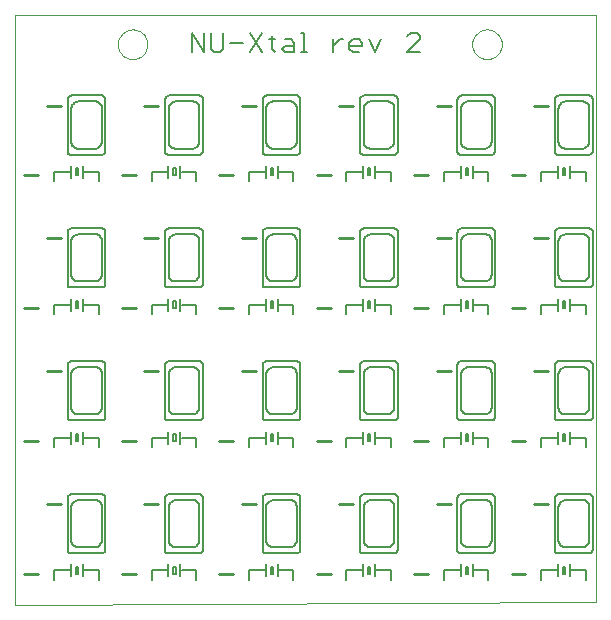
<source format=gto>
G75*
G70*
%OFA0B0*%
%FSLAX24Y24*%
%IPPOS*%
%LPD*%
%AMOC8*
5,1,8,0,0,1.08239X$1,22.5*
%
%ADD10C,0.0090*%
%ADD11C,0.0070*%
%ADD12C,0.0000*%
%ADD13C,0.0080*%
%ADD14C,0.0050*%
D10*
X000466Y001185D02*
X000931Y001185D01*
X001221Y003510D02*
X001686Y003510D01*
X000931Y005614D02*
X000466Y005614D01*
X001221Y007939D02*
X001686Y007939D01*
X000931Y010043D02*
X000466Y010043D01*
X001221Y012368D02*
X001686Y012368D01*
X000931Y014472D02*
X000466Y014472D01*
X001221Y016797D02*
X001686Y016797D01*
X003714Y014472D02*
X004179Y014472D01*
X004469Y012368D02*
X004934Y012368D01*
X006962Y014472D02*
X007427Y014472D01*
X007717Y012368D02*
X008182Y012368D01*
X010210Y014472D02*
X010676Y014472D01*
X010965Y012368D02*
X011431Y012368D01*
X013458Y014472D02*
X013924Y014472D01*
X014213Y012368D02*
X014679Y012368D01*
X016706Y014472D02*
X017172Y014472D01*
X017461Y012368D02*
X017927Y012368D01*
X017172Y010043D02*
X016706Y010043D01*
X017461Y007939D02*
X017927Y007939D01*
X017172Y005614D02*
X016706Y005614D01*
X017461Y003510D02*
X017927Y003510D01*
X017172Y001185D02*
X016706Y001185D01*
X014679Y003510D02*
X014213Y003510D01*
X013924Y005614D02*
X013458Y005614D01*
X014213Y007939D02*
X014679Y007939D01*
X013924Y010043D02*
X013458Y010043D01*
X011431Y007939D02*
X010965Y007939D01*
X010676Y010043D02*
X010210Y010043D01*
X008182Y007939D02*
X007717Y007939D01*
X007427Y010043D02*
X006962Y010043D01*
X004934Y007939D02*
X004469Y007939D01*
X004179Y010043D02*
X003714Y010043D01*
X003714Y005614D02*
X004179Y005614D01*
X004469Y003510D02*
X004934Y003510D01*
X006962Y005614D02*
X007427Y005614D01*
X007717Y003510D02*
X008182Y003510D01*
X010210Y005614D02*
X010676Y005614D01*
X010965Y003510D02*
X011431Y003510D01*
X010676Y001185D02*
X010210Y001185D01*
X007427Y001185D02*
X006962Y001185D01*
X004179Y001185D02*
X003714Y001185D01*
X013458Y001185D02*
X013924Y001185D01*
X014213Y016797D02*
X014679Y016797D01*
X017461Y016797D02*
X017927Y016797D01*
X011431Y016797D02*
X010965Y016797D01*
X008182Y016797D02*
X007717Y016797D01*
X004934Y016797D02*
X004469Y016797D01*
D11*
X005269Y014789D02*
X005269Y014389D01*
X005429Y014469D02*
X005429Y014709D01*
X005509Y014709D01*
X005509Y014469D01*
X005429Y014469D01*
X005229Y014589D02*
X004709Y014589D01*
X004709Y014269D01*
X005669Y014389D02*
X005669Y014789D01*
X005709Y014589D02*
X006189Y014589D01*
X006189Y014269D01*
X007957Y014269D02*
X007957Y014589D01*
X008477Y014589D01*
X008517Y014789D02*
X008517Y014389D01*
X008677Y014469D02*
X008677Y014709D01*
X008757Y014709D01*
X008757Y014469D01*
X008677Y014469D01*
X008917Y014389D02*
X008917Y014789D01*
X008957Y014589D02*
X009437Y014589D01*
X009437Y014269D01*
X011205Y014269D02*
X011205Y014589D01*
X011725Y014589D01*
X011765Y014789D02*
X011765Y014389D01*
X011925Y014469D02*
X011925Y014709D01*
X012005Y014709D01*
X012005Y014469D01*
X011925Y014469D01*
X012165Y014389D02*
X012165Y014789D01*
X012205Y014589D02*
X012685Y014589D01*
X012685Y014269D01*
X014453Y014269D02*
X014453Y014589D01*
X014973Y014589D01*
X015013Y014789D02*
X015013Y014389D01*
X015173Y014469D02*
X015173Y014709D01*
X015253Y014709D01*
X015253Y014469D01*
X015173Y014469D01*
X015413Y014389D02*
X015413Y014789D01*
X015453Y014589D02*
X015933Y014589D01*
X015933Y014269D01*
X017701Y014269D02*
X017701Y014589D01*
X018221Y014589D01*
X018261Y014789D02*
X018261Y014389D01*
X018421Y014469D02*
X018421Y014709D01*
X018501Y014709D01*
X018501Y014469D01*
X018421Y014469D01*
X018661Y014389D02*
X018661Y014789D01*
X018701Y014589D02*
X019181Y014589D01*
X019181Y014269D01*
X018661Y010359D02*
X018661Y009959D01*
X018501Y010039D02*
X018421Y010039D01*
X018421Y010279D01*
X018501Y010279D01*
X018501Y010039D01*
X018701Y010159D02*
X019181Y010159D01*
X019181Y009839D01*
X018261Y009959D02*
X018261Y010359D01*
X018221Y010159D02*
X017701Y010159D01*
X017701Y009839D01*
X015933Y009839D02*
X015933Y010159D01*
X015453Y010159D01*
X015413Y010359D02*
X015413Y009959D01*
X015253Y010039D02*
X015173Y010039D01*
X015173Y010279D01*
X015253Y010279D01*
X015253Y010039D01*
X015013Y009959D02*
X015013Y010359D01*
X014973Y010159D02*
X014453Y010159D01*
X014453Y009839D01*
X012685Y009839D02*
X012685Y010159D01*
X012205Y010159D01*
X012165Y010359D02*
X012165Y009959D01*
X012005Y010039D02*
X011925Y010039D01*
X011925Y010279D01*
X012005Y010279D01*
X012005Y010039D01*
X011765Y009959D02*
X011765Y010359D01*
X011725Y010159D02*
X011205Y010159D01*
X011205Y009839D01*
X009437Y009839D02*
X009437Y010159D01*
X008957Y010159D01*
X008917Y010359D02*
X008917Y009959D01*
X008757Y010039D02*
X008677Y010039D01*
X008677Y010279D01*
X008757Y010279D01*
X008757Y010039D01*
X008517Y009959D02*
X008517Y010359D01*
X008477Y010159D02*
X007957Y010159D01*
X007957Y009839D01*
X006189Y009839D02*
X006189Y010159D01*
X005709Y010159D01*
X005669Y010359D02*
X005669Y009959D01*
X005509Y010039D02*
X005429Y010039D01*
X005429Y010279D01*
X005509Y010279D01*
X005509Y010039D01*
X005269Y009959D02*
X005269Y010359D01*
X005229Y010159D02*
X004709Y010159D01*
X004709Y009839D01*
X002941Y009839D02*
X002941Y010159D01*
X002461Y010159D01*
X002421Y010359D02*
X002421Y009959D01*
X002261Y010039D02*
X002181Y010039D01*
X002181Y010279D01*
X002261Y010279D01*
X002261Y010039D01*
X002021Y009959D02*
X002021Y010359D01*
X001981Y010159D02*
X001461Y010159D01*
X001461Y009839D01*
X002021Y005930D02*
X002021Y005530D01*
X002181Y005610D02*
X002181Y005850D01*
X002261Y005850D01*
X002261Y005610D01*
X002181Y005610D01*
X001981Y005730D02*
X001461Y005730D01*
X001461Y005410D01*
X002421Y005530D02*
X002421Y005930D01*
X002461Y005730D02*
X002941Y005730D01*
X002941Y005410D01*
X004709Y005410D02*
X004709Y005730D01*
X005229Y005730D01*
X005269Y005930D02*
X005269Y005530D01*
X005429Y005610D02*
X005429Y005850D01*
X005509Y005850D01*
X005509Y005610D01*
X005429Y005610D01*
X005669Y005530D02*
X005669Y005930D01*
X005709Y005730D02*
X006189Y005730D01*
X006189Y005410D01*
X007957Y005410D02*
X007957Y005730D01*
X008477Y005730D01*
X008517Y005930D02*
X008517Y005530D01*
X008677Y005610D02*
X008677Y005850D01*
X008757Y005850D01*
X008757Y005610D01*
X008677Y005610D01*
X008917Y005530D02*
X008917Y005930D01*
X008957Y005730D02*
X009437Y005730D01*
X009437Y005410D01*
X011205Y005410D02*
X011205Y005730D01*
X011725Y005730D01*
X011765Y005930D02*
X011765Y005530D01*
X011925Y005610D02*
X011925Y005850D01*
X012005Y005850D01*
X012005Y005610D01*
X011925Y005610D01*
X012165Y005530D02*
X012165Y005930D01*
X012205Y005730D02*
X012685Y005730D01*
X012685Y005410D01*
X014453Y005410D02*
X014453Y005730D01*
X014973Y005730D01*
X015013Y005930D02*
X015013Y005530D01*
X015173Y005610D02*
X015173Y005850D01*
X015253Y005850D01*
X015253Y005610D01*
X015173Y005610D01*
X015413Y005530D02*
X015413Y005930D01*
X015453Y005730D02*
X015933Y005730D01*
X015933Y005410D01*
X017701Y005410D02*
X017701Y005730D01*
X018221Y005730D01*
X018261Y005930D02*
X018261Y005530D01*
X018421Y005610D02*
X018421Y005850D01*
X018501Y005850D01*
X018501Y005610D01*
X018421Y005610D01*
X018661Y005530D02*
X018661Y005930D01*
X018701Y005730D02*
X019181Y005730D01*
X019181Y005410D01*
X018661Y001501D02*
X018661Y001101D01*
X018501Y001181D02*
X018421Y001181D01*
X018421Y001421D01*
X018501Y001421D01*
X018501Y001181D01*
X018701Y001301D02*
X019181Y001301D01*
X019181Y000981D01*
X018261Y001101D02*
X018261Y001501D01*
X018221Y001301D02*
X017701Y001301D01*
X017701Y000981D01*
X015933Y000981D02*
X015933Y001301D01*
X015453Y001301D01*
X015413Y001501D02*
X015413Y001101D01*
X015253Y001181D02*
X015173Y001181D01*
X015173Y001421D01*
X015253Y001421D01*
X015253Y001181D01*
X015013Y001101D02*
X015013Y001501D01*
X014973Y001301D02*
X014453Y001301D01*
X014453Y000981D01*
X012685Y000981D02*
X012685Y001301D01*
X012205Y001301D01*
X012165Y001501D02*
X012165Y001101D01*
X012005Y001181D02*
X011925Y001181D01*
X011925Y001421D01*
X012005Y001421D01*
X012005Y001181D01*
X011765Y001101D02*
X011765Y001501D01*
X011725Y001301D02*
X011205Y001301D01*
X011205Y000981D01*
X009437Y000981D02*
X009437Y001301D01*
X008957Y001301D01*
X008917Y001501D02*
X008917Y001101D01*
X008757Y001181D02*
X008677Y001181D01*
X008677Y001421D01*
X008757Y001421D01*
X008757Y001181D01*
X008517Y001101D02*
X008517Y001501D01*
X008477Y001301D02*
X007957Y001301D01*
X007957Y000981D01*
X006189Y000981D02*
X006189Y001301D01*
X005709Y001301D01*
X005669Y001501D02*
X005669Y001101D01*
X005509Y001181D02*
X005429Y001181D01*
X005429Y001421D01*
X005509Y001421D01*
X005509Y001181D01*
X005269Y001101D02*
X005269Y001501D01*
X005229Y001301D02*
X004709Y001301D01*
X004709Y000981D01*
X002941Y000981D02*
X002941Y001301D01*
X002461Y001301D01*
X002421Y001501D02*
X002421Y001101D01*
X002261Y001181D02*
X002181Y001181D01*
X002181Y001421D01*
X002261Y001421D01*
X002261Y001181D01*
X002021Y001101D02*
X002021Y001501D01*
X001981Y001301D02*
X001461Y001301D01*
X001461Y000981D01*
X001461Y014269D02*
X001461Y014589D01*
X001981Y014589D01*
X002021Y014789D02*
X002021Y014389D01*
X002181Y014469D02*
X002181Y014709D01*
X002261Y014709D01*
X002261Y014469D01*
X002181Y014469D01*
X002421Y014389D02*
X002421Y014789D01*
X002461Y014589D02*
X002941Y014589D01*
X002941Y014269D01*
D12*
X000141Y019826D02*
X000141Y000141D01*
X019531Y000240D01*
X019531Y019826D01*
X000141Y019826D01*
X003586Y018842D02*
X003588Y018886D01*
X003594Y018930D01*
X003604Y018973D01*
X003617Y019015D01*
X003635Y019055D01*
X003656Y019094D01*
X003680Y019131D01*
X003707Y019166D01*
X003738Y019198D01*
X003771Y019227D01*
X003807Y019253D01*
X003845Y019275D01*
X003885Y019294D01*
X003926Y019310D01*
X003969Y019322D01*
X004012Y019330D01*
X004056Y019334D01*
X004100Y019334D01*
X004144Y019330D01*
X004187Y019322D01*
X004230Y019310D01*
X004271Y019294D01*
X004311Y019275D01*
X004349Y019253D01*
X004385Y019227D01*
X004418Y019198D01*
X004449Y019166D01*
X004476Y019131D01*
X004500Y019094D01*
X004521Y019055D01*
X004539Y019015D01*
X004552Y018973D01*
X004562Y018930D01*
X004568Y018886D01*
X004570Y018842D01*
X004568Y018798D01*
X004562Y018754D01*
X004552Y018711D01*
X004539Y018669D01*
X004521Y018629D01*
X004500Y018590D01*
X004476Y018553D01*
X004449Y018518D01*
X004418Y018486D01*
X004385Y018457D01*
X004349Y018431D01*
X004311Y018409D01*
X004271Y018390D01*
X004230Y018374D01*
X004187Y018362D01*
X004144Y018354D01*
X004100Y018350D01*
X004056Y018350D01*
X004012Y018354D01*
X003969Y018362D01*
X003926Y018374D01*
X003885Y018390D01*
X003845Y018409D01*
X003807Y018431D01*
X003771Y018457D01*
X003738Y018486D01*
X003707Y018518D01*
X003680Y018553D01*
X003656Y018590D01*
X003635Y018629D01*
X003617Y018669D01*
X003604Y018711D01*
X003594Y018754D01*
X003588Y018798D01*
X003586Y018842D01*
X015397Y018842D02*
X015399Y018886D01*
X015405Y018930D01*
X015415Y018973D01*
X015428Y019015D01*
X015446Y019055D01*
X015467Y019094D01*
X015491Y019131D01*
X015518Y019166D01*
X015549Y019198D01*
X015582Y019227D01*
X015618Y019253D01*
X015656Y019275D01*
X015696Y019294D01*
X015737Y019310D01*
X015780Y019322D01*
X015823Y019330D01*
X015867Y019334D01*
X015911Y019334D01*
X015955Y019330D01*
X015998Y019322D01*
X016041Y019310D01*
X016082Y019294D01*
X016122Y019275D01*
X016160Y019253D01*
X016196Y019227D01*
X016229Y019198D01*
X016260Y019166D01*
X016287Y019131D01*
X016311Y019094D01*
X016332Y019055D01*
X016350Y019015D01*
X016363Y018973D01*
X016373Y018930D01*
X016379Y018886D01*
X016381Y018842D01*
X016379Y018798D01*
X016373Y018754D01*
X016363Y018711D01*
X016350Y018669D01*
X016332Y018629D01*
X016311Y018590D01*
X016287Y018553D01*
X016260Y018518D01*
X016229Y018486D01*
X016196Y018457D01*
X016160Y018431D01*
X016122Y018409D01*
X016082Y018390D01*
X016041Y018374D01*
X015998Y018362D01*
X015955Y018354D01*
X015911Y018350D01*
X015867Y018350D01*
X015823Y018354D01*
X015780Y018362D01*
X015737Y018374D01*
X015696Y018390D01*
X015656Y018409D01*
X015618Y018431D01*
X015582Y018457D01*
X015549Y018486D01*
X015518Y018518D01*
X015491Y018553D01*
X015467Y018590D01*
X015446Y018629D01*
X015428Y018669D01*
X015415Y018711D01*
X015405Y018754D01*
X015399Y018798D01*
X015397Y018842D01*
D13*
X013652Y019000D02*
X013652Y019104D01*
X013549Y019207D01*
X013342Y019207D01*
X013239Y019104D01*
X013652Y019000D02*
X013239Y018587D01*
X013652Y018587D01*
X012363Y019000D02*
X012156Y018587D01*
X011949Y019000D01*
X011719Y018897D02*
X011719Y018793D01*
X011305Y018793D01*
X011305Y018690D02*
X011305Y018897D01*
X011408Y019000D01*
X011615Y019000D01*
X011719Y018897D01*
X011615Y018587D02*
X011408Y018587D01*
X011305Y018690D01*
X011078Y019000D02*
X010975Y019000D01*
X010768Y018793D01*
X010768Y018587D02*
X010768Y019000D01*
X009900Y018587D02*
X009694Y018587D01*
X009797Y018587D02*
X009797Y019207D01*
X009694Y019207D01*
X009463Y018897D02*
X009463Y018587D01*
X009153Y018587D01*
X009049Y018690D01*
X009153Y018793D01*
X009463Y018793D01*
X009463Y018897D02*
X009359Y019000D01*
X009153Y019000D01*
X008826Y019000D02*
X008619Y019000D01*
X008723Y019104D02*
X008723Y018690D01*
X008826Y018587D01*
X008389Y018587D02*
X007975Y019207D01*
X007744Y018897D02*
X007330Y018897D01*
X007100Y018690D02*
X007100Y019207D01*
X006686Y019207D02*
X006686Y018690D01*
X006789Y018587D01*
X006996Y018587D01*
X007100Y018690D01*
X006455Y018587D02*
X006455Y019207D01*
X006041Y019207D02*
X006455Y018587D01*
X006041Y018587D02*
X006041Y019207D01*
X007975Y018587D02*
X008389Y019207D01*
D14*
X008532Y017133D02*
X009516Y017133D01*
X009537Y017134D01*
X009558Y017132D01*
X009578Y017127D01*
X009597Y017119D01*
X009614Y017108D01*
X009630Y017095D01*
X009643Y017079D01*
X009654Y017061D01*
X009662Y017042D01*
X009667Y017022D01*
X009667Y017021D02*
X009667Y015276D01*
X009667Y015275D02*
X009662Y015255D01*
X009654Y015236D01*
X009643Y015218D01*
X009630Y015202D01*
X009614Y015189D01*
X009597Y015178D01*
X009578Y015170D01*
X009558Y015165D01*
X009537Y015163D01*
X009516Y015164D01*
X008495Y015164D01*
X008478Y015166D01*
X008461Y015171D01*
X008446Y015179D01*
X008433Y015190D01*
X008422Y015203D01*
X008414Y015218D01*
X008409Y015235D01*
X008407Y015252D01*
X008407Y017008D01*
X008408Y017008D02*
X008410Y017027D01*
X008414Y017046D01*
X008422Y017064D01*
X008432Y017081D01*
X008444Y017096D01*
X008459Y017108D01*
X008476Y017118D01*
X008494Y017126D01*
X008513Y017130D01*
X008532Y017132D01*
X008801Y016936D02*
X009352Y016936D01*
X009352Y016935D02*
X009380Y016931D01*
X009407Y016923D01*
X009433Y016911D01*
X009457Y016896D01*
X009479Y016878D01*
X009499Y016858D01*
X009515Y016835D01*
X009529Y016810D01*
X009539Y016784D01*
X009546Y016756D01*
X009549Y016728D01*
X009548Y016699D01*
X009549Y016700D02*
X009549Y015637D01*
X009550Y015606D01*
X009547Y015575D01*
X009540Y015545D01*
X009529Y015515D01*
X009515Y015488D01*
X009498Y015462D01*
X009478Y015438D01*
X009455Y015417D01*
X009430Y015399D01*
X009402Y015384D01*
X009373Y015373D01*
X009343Y015365D01*
X009313Y015361D01*
X008762Y015361D01*
X008734Y015363D01*
X008706Y015368D01*
X008678Y015376D01*
X008652Y015388D01*
X008628Y015403D01*
X008606Y015420D01*
X008585Y015441D01*
X008568Y015463D01*
X008553Y015487D01*
X008541Y015513D01*
X008533Y015541D01*
X008528Y015569D01*
X008526Y015597D01*
X008525Y015597D02*
X008525Y016700D01*
X008529Y016731D01*
X008537Y016761D01*
X008548Y016789D01*
X008563Y016817D01*
X008581Y016842D01*
X008602Y016865D01*
X008626Y016885D01*
X008652Y016902D01*
X008679Y016916D01*
X008709Y016927D01*
X008739Y016934D01*
X008770Y016937D01*
X008801Y016936D01*
X006419Y017021D02*
X006419Y015276D01*
X006419Y015275D02*
X006414Y015255D01*
X006406Y015236D01*
X006395Y015218D01*
X006382Y015202D01*
X006366Y015189D01*
X006349Y015178D01*
X006330Y015170D01*
X006310Y015165D01*
X006289Y015163D01*
X006268Y015164D01*
X005247Y015164D01*
X005230Y015166D01*
X005213Y015171D01*
X005198Y015179D01*
X005185Y015190D01*
X005174Y015203D01*
X005166Y015218D01*
X005161Y015235D01*
X005159Y015252D01*
X005159Y017008D01*
X005160Y017008D02*
X005162Y017027D01*
X005166Y017046D01*
X005174Y017064D01*
X005184Y017081D01*
X005196Y017096D01*
X005211Y017108D01*
X005228Y017118D01*
X005246Y017126D01*
X005265Y017130D01*
X005284Y017132D01*
X005284Y017133D02*
X006268Y017133D01*
X006289Y017134D01*
X006310Y017132D01*
X006330Y017127D01*
X006349Y017119D01*
X006366Y017108D01*
X006382Y017095D01*
X006395Y017079D01*
X006406Y017061D01*
X006414Y017042D01*
X006419Y017022D01*
X006104Y016936D02*
X005553Y016936D01*
X005522Y016937D01*
X005491Y016934D01*
X005461Y016927D01*
X005431Y016916D01*
X005404Y016902D01*
X005378Y016885D01*
X005354Y016865D01*
X005333Y016842D01*
X005315Y016817D01*
X005300Y016789D01*
X005289Y016761D01*
X005281Y016731D01*
X005277Y016700D01*
X005277Y015597D01*
X005278Y015597D02*
X005280Y015569D01*
X005285Y015541D01*
X005293Y015513D01*
X005305Y015487D01*
X005320Y015463D01*
X005337Y015441D01*
X005358Y015420D01*
X005380Y015403D01*
X005404Y015388D01*
X005430Y015376D01*
X005458Y015368D01*
X005486Y015363D01*
X005514Y015361D01*
X006065Y015361D01*
X006095Y015365D01*
X006125Y015373D01*
X006154Y015384D01*
X006182Y015399D01*
X006207Y015417D01*
X006230Y015438D01*
X006250Y015462D01*
X006267Y015488D01*
X006281Y015515D01*
X006292Y015545D01*
X006299Y015575D01*
X006302Y015606D01*
X006301Y015637D01*
X006301Y016700D01*
X006300Y016699D02*
X006301Y016728D01*
X006298Y016756D01*
X006291Y016784D01*
X006281Y016810D01*
X006267Y016835D01*
X006251Y016858D01*
X006231Y016878D01*
X006209Y016896D01*
X006185Y016911D01*
X006159Y016923D01*
X006132Y016931D01*
X006104Y016935D01*
X003171Y017021D02*
X003171Y015276D01*
X003171Y015275D02*
X003166Y015255D01*
X003158Y015236D01*
X003147Y015218D01*
X003134Y015202D01*
X003118Y015189D01*
X003101Y015178D01*
X003082Y015170D01*
X003062Y015165D01*
X003041Y015163D01*
X003020Y015164D01*
X001999Y015164D01*
X001982Y015166D01*
X001965Y015171D01*
X001950Y015179D01*
X001937Y015190D01*
X001926Y015203D01*
X001918Y015218D01*
X001913Y015235D01*
X001911Y015252D01*
X001911Y017008D01*
X001912Y017008D02*
X001914Y017027D01*
X001918Y017046D01*
X001926Y017064D01*
X001936Y017081D01*
X001948Y017096D01*
X001963Y017108D01*
X001980Y017118D01*
X001998Y017126D01*
X002017Y017130D01*
X002036Y017132D01*
X002036Y017133D02*
X003020Y017133D01*
X003041Y017134D01*
X003062Y017132D01*
X003082Y017127D01*
X003101Y017119D01*
X003118Y017108D01*
X003134Y017095D01*
X003147Y017079D01*
X003158Y017061D01*
X003166Y017042D01*
X003171Y017022D01*
X002856Y016936D02*
X002305Y016936D01*
X002274Y016937D01*
X002243Y016934D01*
X002213Y016927D01*
X002183Y016916D01*
X002156Y016902D01*
X002130Y016885D01*
X002106Y016865D01*
X002085Y016842D01*
X002067Y016817D01*
X002052Y016789D01*
X002041Y016761D01*
X002033Y016731D01*
X002029Y016700D01*
X002029Y015597D01*
X002030Y015597D02*
X002032Y015569D01*
X002037Y015541D01*
X002045Y015513D01*
X002057Y015487D01*
X002072Y015463D01*
X002089Y015441D01*
X002110Y015420D01*
X002132Y015403D01*
X002156Y015388D01*
X002182Y015376D01*
X002210Y015368D01*
X002238Y015363D01*
X002266Y015361D01*
X002817Y015361D01*
X002847Y015365D01*
X002877Y015373D01*
X002906Y015384D01*
X002934Y015399D01*
X002959Y015417D01*
X002982Y015438D01*
X003002Y015462D01*
X003019Y015488D01*
X003033Y015515D01*
X003044Y015545D01*
X003051Y015575D01*
X003054Y015606D01*
X003053Y015637D01*
X003053Y016700D01*
X003052Y016699D02*
X003053Y016728D01*
X003050Y016756D01*
X003043Y016784D01*
X003033Y016810D01*
X003019Y016835D01*
X003003Y016858D01*
X002983Y016878D01*
X002961Y016896D01*
X002937Y016911D01*
X002911Y016923D01*
X002884Y016931D01*
X002856Y016935D01*
X003020Y012704D02*
X002036Y012704D01*
X002036Y012703D02*
X002017Y012701D01*
X001998Y012697D01*
X001980Y012689D01*
X001963Y012679D01*
X001948Y012667D01*
X001936Y012652D01*
X001926Y012635D01*
X001918Y012617D01*
X001914Y012598D01*
X001912Y012579D01*
X001911Y012579D02*
X001911Y010823D01*
X001913Y010806D01*
X001918Y010789D01*
X001926Y010774D01*
X001937Y010761D01*
X001950Y010750D01*
X001965Y010742D01*
X001982Y010737D01*
X001999Y010735D01*
X003020Y010735D01*
X003041Y010734D01*
X003062Y010736D01*
X003082Y010741D01*
X003101Y010749D01*
X003118Y010760D01*
X003134Y010773D01*
X003147Y010789D01*
X003158Y010807D01*
X003166Y010826D01*
X003171Y010846D01*
X003171Y012592D01*
X003171Y012593D02*
X003166Y012613D01*
X003158Y012632D01*
X003147Y012650D01*
X003134Y012666D01*
X003118Y012679D01*
X003101Y012690D01*
X003082Y012698D01*
X003062Y012703D01*
X003041Y012705D01*
X003020Y012704D01*
X002856Y012507D02*
X002305Y012507D01*
X002274Y012508D01*
X002243Y012505D01*
X002213Y012498D01*
X002183Y012487D01*
X002156Y012473D01*
X002130Y012456D01*
X002106Y012436D01*
X002085Y012413D01*
X002067Y012388D01*
X002052Y012360D01*
X002041Y012332D01*
X002033Y012302D01*
X002029Y012271D01*
X002029Y011168D01*
X002030Y011168D02*
X002032Y011140D01*
X002037Y011112D01*
X002045Y011084D01*
X002057Y011058D01*
X002072Y011034D01*
X002089Y011012D01*
X002110Y010991D01*
X002132Y010974D01*
X002156Y010959D01*
X002182Y010947D01*
X002210Y010939D01*
X002238Y010934D01*
X002266Y010932D01*
X002817Y010932D01*
X002847Y010936D01*
X002877Y010944D01*
X002906Y010955D01*
X002934Y010970D01*
X002959Y010988D01*
X002982Y011009D01*
X003002Y011033D01*
X003019Y011059D01*
X003033Y011086D01*
X003044Y011116D01*
X003051Y011146D01*
X003054Y011177D01*
X003053Y011208D01*
X003053Y012271D01*
X003052Y012270D02*
X003053Y012299D01*
X003050Y012327D01*
X003043Y012355D01*
X003033Y012381D01*
X003019Y012406D01*
X003003Y012429D01*
X002983Y012449D01*
X002961Y012467D01*
X002937Y012482D01*
X002911Y012494D01*
X002884Y012502D01*
X002856Y012506D01*
X005159Y012579D02*
X005159Y010823D01*
X005161Y010806D01*
X005166Y010789D01*
X005174Y010774D01*
X005185Y010761D01*
X005198Y010750D01*
X005213Y010742D01*
X005230Y010737D01*
X005247Y010735D01*
X006268Y010735D01*
X006289Y010734D01*
X006310Y010736D01*
X006330Y010741D01*
X006349Y010749D01*
X006366Y010760D01*
X006382Y010773D01*
X006395Y010789D01*
X006406Y010807D01*
X006414Y010826D01*
X006419Y010846D01*
X006419Y012592D01*
X006419Y012593D02*
X006414Y012613D01*
X006406Y012632D01*
X006395Y012650D01*
X006382Y012666D01*
X006366Y012679D01*
X006349Y012690D01*
X006330Y012698D01*
X006310Y012703D01*
X006289Y012705D01*
X006268Y012704D01*
X005284Y012704D01*
X005284Y012703D02*
X005265Y012701D01*
X005246Y012697D01*
X005228Y012689D01*
X005211Y012679D01*
X005196Y012667D01*
X005184Y012652D01*
X005174Y012635D01*
X005166Y012617D01*
X005162Y012598D01*
X005160Y012579D01*
X005277Y012271D02*
X005277Y011168D01*
X005278Y011168D02*
X005280Y011140D01*
X005285Y011112D01*
X005293Y011084D01*
X005305Y011058D01*
X005320Y011034D01*
X005337Y011012D01*
X005358Y010991D01*
X005380Y010974D01*
X005404Y010959D01*
X005430Y010947D01*
X005458Y010939D01*
X005486Y010934D01*
X005514Y010932D01*
X006065Y010932D01*
X006095Y010936D01*
X006125Y010944D01*
X006154Y010955D01*
X006182Y010970D01*
X006207Y010988D01*
X006230Y011009D01*
X006250Y011033D01*
X006267Y011059D01*
X006281Y011086D01*
X006292Y011116D01*
X006299Y011146D01*
X006302Y011177D01*
X006301Y011208D01*
X006301Y012271D01*
X006104Y012507D02*
X005553Y012507D01*
X005522Y012508D01*
X005491Y012505D01*
X005461Y012498D01*
X005431Y012487D01*
X005404Y012473D01*
X005378Y012456D01*
X005354Y012436D01*
X005333Y012413D01*
X005315Y012388D01*
X005300Y012360D01*
X005289Y012332D01*
X005281Y012302D01*
X005277Y012271D01*
X006104Y012506D02*
X006132Y012502D01*
X006159Y012494D01*
X006185Y012482D01*
X006209Y012467D01*
X006231Y012449D01*
X006251Y012429D01*
X006267Y012406D01*
X006281Y012381D01*
X006291Y012355D01*
X006298Y012327D01*
X006301Y012299D01*
X006300Y012270D01*
X008407Y012579D02*
X008407Y010823D01*
X008409Y010806D01*
X008414Y010789D01*
X008422Y010774D01*
X008433Y010761D01*
X008446Y010750D01*
X008461Y010742D01*
X008478Y010737D01*
X008495Y010735D01*
X009516Y010735D01*
X009537Y010734D01*
X009558Y010736D01*
X009578Y010741D01*
X009597Y010749D01*
X009614Y010760D01*
X009630Y010773D01*
X009643Y010789D01*
X009654Y010807D01*
X009662Y010826D01*
X009667Y010846D01*
X009667Y012592D01*
X009667Y012593D02*
X009662Y012613D01*
X009654Y012632D01*
X009643Y012650D01*
X009630Y012666D01*
X009614Y012679D01*
X009597Y012690D01*
X009578Y012698D01*
X009558Y012703D01*
X009537Y012705D01*
X009516Y012704D01*
X008532Y012704D01*
X008532Y012703D02*
X008513Y012701D01*
X008494Y012697D01*
X008476Y012689D01*
X008459Y012679D01*
X008444Y012667D01*
X008432Y012652D01*
X008422Y012635D01*
X008414Y012617D01*
X008410Y012598D01*
X008408Y012579D01*
X008525Y012271D02*
X008525Y011168D01*
X008526Y011168D02*
X008528Y011140D01*
X008533Y011112D01*
X008541Y011084D01*
X008553Y011058D01*
X008568Y011034D01*
X008585Y011012D01*
X008606Y010991D01*
X008628Y010974D01*
X008652Y010959D01*
X008678Y010947D01*
X008706Y010939D01*
X008734Y010934D01*
X008762Y010932D01*
X009313Y010932D01*
X009343Y010936D01*
X009373Y010944D01*
X009402Y010955D01*
X009430Y010970D01*
X009455Y010988D01*
X009478Y011009D01*
X009498Y011033D01*
X009515Y011059D01*
X009529Y011086D01*
X009540Y011116D01*
X009547Y011146D01*
X009550Y011177D01*
X009549Y011208D01*
X009549Y012271D01*
X009548Y012270D02*
X009549Y012299D01*
X009546Y012327D01*
X009539Y012355D01*
X009529Y012381D01*
X009515Y012406D01*
X009499Y012429D01*
X009479Y012449D01*
X009457Y012467D01*
X009433Y012482D01*
X009407Y012494D01*
X009380Y012502D01*
X009352Y012506D01*
X009352Y012507D02*
X008801Y012507D01*
X008770Y012508D01*
X008739Y012505D01*
X008709Y012498D01*
X008679Y012487D01*
X008652Y012473D01*
X008626Y012456D01*
X008602Y012436D01*
X008581Y012413D01*
X008563Y012388D01*
X008548Y012360D01*
X008537Y012332D01*
X008529Y012302D01*
X008525Y012271D01*
X011655Y012579D02*
X011655Y010823D01*
X011657Y010806D01*
X011662Y010789D01*
X011670Y010774D01*
X011681Y010761D01*
X011694Y010750D01*
X011709Y010742D01*
X011726Y010737D01*
X011743Y010735D01*
X012764Y010735D01*
X012785Y010734D01*
X012806Y010736D01*
X012826Y010741D01*
X012845Y010749D01*
X012862Y010760D01*
X012878Y010773D01*
X012891Y010789D01*
X012902Y010807D01*
X012910Y010826D01*
X012915Y010846D01*
X012915Y012592D01*
X012915Y012593D02*
X012910Y012613D01*
X012902Y012632D01*
X012891Y012650D01*
X012878Y012666D01*
X012862Y012679D01*
X012845Y012690D01*
X012826Y012698D01*
X012806Y012703D01*
X012785Y012705D01*
X012764Y012704D01*
X011780Y012704D01*
X011780Y012703D02*
X011761Y012701D01*
X011742Y012697D01*
X011724Y012689D01*
X011707Y012679D01*
X011692Y012667D01*
X011680Y012652D01*
X011670Y012635D01*
X011662Y012617D01*
X011658Y012598D01*
X011656Y012579D01*
X011773Y012271D02*
X011773Y011168D01*
X011774Y011168D02*
X011776Y011140D01*
X011781Y011112D01*
X011789Y011084D01*
X011801Y011058D01*
X011816Y011034D01*
X011833Y011012D01*
X011854Y010991D01*
X011876Y010974D01*
X011900Y010959D01*
X011926Y010947D01*
X011954Y010939D01*
X011982Y010934D01*
X012010Y010932D01*
X012561Y010932D01*
X012591Y010936D01*
X012621Y010944D01*
X012650Y010955D01*
X012678Y010970D01*
X012703Y010988D01*
X012726Y011009D01*
X012746Y011033D01*
X012763Y011059D01*
X012777Y011086D01*
X012788Y011116D01*
X012795Y011146D01*
X012798Y011177D01*
X012797Y011208D01*
X012797Y012271D01*
X012600Y012507D02*
X012049Y012507D01*
X012018Y012508D01*
X011987Y012505D01*
X011957Y012498D01*
X011927Y012487D01*
X011900Y012473D01*
X011874Y012456D01*
X011850Y012436D01*
X011829Y012413D01*
X011811Y012388D01*
X011796Y012360D01*
X011785Y012332D01*
X011777Y012302D01*
X011773Y012271D01*
X012600Y012506D02*
X012628Y012502D01*
X012655Y012494D01*
X012681Y012482D01*
X012705Y012467D01*
X012727Y012449D01*
X012747Y012429D01*
X012763Y012406D01*
X012777Y012381D01*
X012787Y012355D01*
X012794Y012327D01*
X012797Y012299D01*
X012796Y012270D01*
X014903Y012579D02*
X014903Y010823D01*
X014905Y010806D01*
X014910Y010789D01*
X014918Y010774D01*
X014929Y010761D01*
X014942Y010750D01*
X014957Y010742D01*
X014974Y010737D01*
X014991Y010735D01*
X016012Y010735D01*
X016033Y010734D01*
X016054Y010736D01*
X016074Y010741D01*
X016093Y010749D01*
X016110Y010760D01*
X016126Y010773D01*
X016139Y010789D01*
X016150Y010807D01*
X016158Y010826D01*
X016163Y010846D01*
X016163Y012592D01*
X016163Y012593D02*
X016158Y012613D01*
X016150Y012632D01*
X016139Y012650D01*
X016126Y012666D01*
X016110Y012679D01*
X016093Y012690D01*
X016074Y012698D01*
X016054Y012703D01*
X016033Y012705D01*
X016012Y012704D01*
X015028Y012704D01*
X015028Y012703D02*
X015009Y012701D01*
X014990Y012697D01*
X014972Y012689D01*
X014955Y012679D01*
X014940Y012667D01*
X014928Y012652D01*
X014918Y012635D01*
X014910Y012617D01*
X014906Y012598D01*
X014904Y012579D01*
X015021Y012271D02*
X015021Y011168D01*
X015022Y011168D02*
X015024Y011140D01*
X015029Y011112D01*
X015037Y011084D01*
X015049Y011058D01*
X015064Y011034D01*
X015081Y011012D01*
X015102Y010991D01*
X015124Y010974D01*
X015148Y010959D01*
X015174Y010947D01*
X015202Y010939D01*
X015230Y010934D01*
X015258Y010932D01*
X015809Y010932D01*
X015839Y010936D01*
X015869Y010944D01*
X015898Y010955D01*
X015926Y010970D01*
X015951Y010988D01*
X015974Y011009D01*
X015994Y011033D01*
X016011Y011059D01*
X016025Y011086D01*
X016036Y011116D01*
X016043Y011146D01*
X016046Y011177D01*
X016045Y011208D01*
X016045Y012271D01*
X016045Y012270D02*
X016046Y012299D01*
X016043Y012327D01*
X016036Y012355D01*
X016026Y012381D01*
X016012Y012406D01*
X015996Y012429D01*
X015976Y012449D01*
X015954Y012467D01*
X015930Y012482D01*
X015904Y012494D01*
X015877Y012502D01*
X015849Y012506D01*
X015848Y012507D02*
X015297Y012507D01*
X015266Y012508D01*
X015235Y012505D01*
X015205Y012498D01*
X015175Y012487D01*
X015148Y012473D01*
X015122Y012456D01*
X015098Y012436D01*
X015077Y012413D01*
X015059Y012388D01*
X015044Y012360D01*
X015033Y012332D01*
X015025Y012302D01*
X015021Y012271D01*
X014991Y015164D02*
X016012Y015164D01*
X016033Y015163D01*
X016054Y015165D01*
X016074Y015170D01*
X016093Y015178D01*
X016110Y015189D01*
X016126Y015202D01*
X016139Y015218D01*
X016150Y015236D01*
X016158Y015255D01*
X016163Y015275D01*
X016163Y015276D02*
X016163Y017021D01*
X016163Y017022D02*
X016158Y017042D01*
X016150Y017061D01*
X016139Y017079D01*
X016126Y017095D01*
X016110Y017108D01*
X016093Y017119D01*
X016074Y017127D01*
X016054Y017132D01*
X016033Y017134D01*
X016012Y017133D01*
X015028Y017133D01*
X015028Y017132D02*
X015009Y017130D01*
X014990Y017126D01*
X014972Y017118D01*
X014955Y017108D01*
X014940Y017096D01*
X014928Y017081D01*
X014918Y017064D01*
X014910Y017046D01*
X014906Y017027D01*
X014904Y017008D01*
X014903Y017008D02*
X014903Y015252D01*
X014905Y015235D01*
X014910Y015218D01*
X014918Y015203D01*
X014929Y015190D01*
X014942Y015179D01*
X014957Y015171D01*
X014974Y015166D01*
X014991Y015164D01*
X015258Y015361D02*
X015809Y015361D01*
X015839Y015365D01*
X015869Y015373D01*
X015898Y015384D01*
X015926Y015399D01*
X015951Y015417D01*
X015974Y015438D01*
X015994Y015462D01*
X016011Y015488D01*
X016025Y015515D01*
X016036Y015545D01*
X016043Y015575D01*
X016046Y015606D01*
X016045Y015637D01*
X016045Y016700D01*
X016045Y016699D02*
X016046Y016728D01*
X016043Y016756D01*
X016036Y016784D01*
X016026Y016810D01*
X016012Y016835D01*
X015996Y016858D01*
X015976Y016878D01*
X015954Y016896D01*
X015930Y016911D01*
X015904Y016923D01*
X015877Y016931D01*
X015849Y016935D01*
X015848Y016936D02*
X015297Y016936D01*
X015266Y016937D01*
X015235Y016934D01*
X015205Y016927D01*
X015175Y016916D01*
X015148Y016902D01*
X015122Y016885D01*
X015098Y016865D01*
X015077Y016842D01*
X015059Y016817D01*
X015044Y016789D01*
X015033Y016761D01*
X015025Y016731D01*
X015021Y016700D01*
X015021Y015597D01*
X015022Y015597D02*
X015024Y015569D01*
X015029Y015541D01*
X015037Y015513D01*
X015049Y015487D01*
X015064Y015463D01*
X015081Y015441D01*
X015102Y015420D01*
X015124Y015403D01*
X015148Y015388D01*
X015174Y015376D01*
X015202Y015368D01*
X015230Y015363D01*
X015258Y015361D01*
X012915Y015276D02*
X012915Y017021D01*
X012915Y017022D02*
X012910Y017042D01*
X012902Y017061D01*
X012891Y017079D01*
X012878Y017095D01*
X012862Y017108D01*
X012845Y017119D01*
X012826Y017127D01*
X012806Y017132D01*
X012785Y017134D01*
X012764Y017133D01*
X011780Y017133D01*
X011780Y017132D02*
X011761Y017130D01*
X011742Y017126D01*
X011724Y017118D01*
X011707Y017108D01*
X011692Y017096D01*
X011680Y017081D01*
X011670Y017064D01*
X011662Y017046D01*
X011658Y017027D01*
X011656Y017008D01*
X011655Y017008D02*
X011655Y015252D01*
X011657Y015235D01*
X011662Y015218D01*
X011670Y015203D01*
X011681Y015190D01*
X011694Y015179D01*
X011709Y015171D01*
X011726Y015166D01*
X011743Y015164D01*
X012764Y015164D01*
X012785Y015163D01*
X012806Y015165D01*
X012826Y015170D01*
X012845Y015178D01*
X012862Y015189D01*
X012878Y015202D01*
X012891Y015218D01*
X012902Y015236D01*
X012910Y015255D01*
X012915Y015275D01*
X012561Y015361D02*
X012010Y015361D01*
X011982Y015363D01*
X011954Y015368D01*
X011926Y015376D01*
X011900Y015388D01*
X011876Y015403D01*
X011854Y015420D01*
X011833Y015441D01*
X011816Y015463D01*
X011801Y015487D01*
X011789Y015513D01*
X011781Y015541D01*
X011776Y015569D01*
X011774Y015597D01*
X011773Y015597D02*
X011773Y016700D01*
X011777Y016731D01*
X011785Y016761D01*
X011796Y016789D01*
X011811Y016817D01*
X011829Y016842D01*
X011850Y016865D01*
X011874Y016885D01*
X011900Y016902D01*
X011927Y016916D01*
X011957Y016927D01*
X011987Y016934D01*
X012018Y016937D01*
X012049Y016936D01*
X012600Y016936D01*
X012600Y016935D02*
X012628Y016931D01*
X012655Y016923D01*
X012681Y016911D01*
X012705Y016896D01*
X012727Y016878D01*
X012747Y016858D01*
X012763Y016835D01*
X012777Y016810D01*
X012787Y016784D01*
X012794Y016756D01*
X012797Y016728D01*
X012796Y016699D01*
X012797Y016700D02*
X012797Y015637D01*
X012798Y015606D01*
X012795Y015575D01*
X012788Y015545D01*
X012777Y015515D01*
X012763Y015488D01*
X012746Y015462D01*
X012726Y015438D01*
X012703Y015417D01*
X012678Y015399D01*
X012650Y015384D01*
X012621Y015373D01*
X012591Y015365D01*
X012561Y015361D01*
X018151Y015252D02*
X018151Y017008D01*
X018152Y017008D02*
X018154Y017027D01*
X018158Y017046D01*
X018166Y017064D01*
X018176Y017081D01*
X018188Y017096D01*
X018203Y017108D01*
X018220Y017118D01*
X018238Y017126D01*
X018257Y017130D01*
X018276Y017132D01*
X018276Y017133D02*
X019260Y017133D01*
X019281Y017134D01*
X019302Y017132D01*
X019322Y017127D01*
X019341Y017119D01*
X019358Y017108D01*
X019374Y017095D01*
X019387Y017079D01*
X019398Y017061D01*
X019406Y017042D01*
X019411Y017022D01*
X019411Y017021D02*
X019411Y015276D01*
X019411Y015275D02*
X019406Y015255D01*
X019398Y015236D01*
X019387Y015218D01*
X019374Y015202D01*
X019358Y015189D01*
X019341Y015178D01*
X019322Y015170D01*
X019302Y015165D01*
X019281Y015163D01*
X019260Y015164D01*
X018239Y015164D01*
X018222Y015166D01*
X018205Y015171D01*
X018190Y015179D01*
X018177Y015190D01*
X018166Y015203D01*
X018158Y015218D01*
X018153Y015235D01*
X018151Y015252D01*
X018269Y015597D02*
X018269Y016700D01*
X018273Y016731D01*
X018281Y016761D01*
X018292Y016789D01*
X018307Y016817D01*
X018325Y016842D01*
X018346Y016865D01*
X018370Y016885D01*
X018396Y016902D01*
X018423Y016916D01*
X018453Y016927D01*
X018483Y016934D01*
X018514Y016937D01*
X018545Y016936D01*
X019096Y016936D01*
X019097Y016935D02*
X019125Y016931D01*
X019152Y016923D01*
X019178Y016911D01*
X019202Y016896D01*
X019224Y016878D01*
X019244Y016858D01*
X019260Y016835D01*
X019274Y016810D01*
X019284Y016784D01*
X019291Y016756D01*
X019294Y016728D01*
X019293Y016699D01*
X019293Y016700D02*
X019293Y015637D01*
X019294Y015606D01*
X019291Y015575D01*
X019284Y015545D01*
X019273Y015515D01*
X019259Y015488D01*
X019242Y015462D01*
X019222Y015438D01*
X019199Y015417D01*
X019174Y015399D01*
X019146Y015384D01*
X019117Y015373D01*
X019087Y015365D01*
X019057Y015361D01*
X018506Y015361D01*
X018478Y015363D01*
X018450Y015368D01*
X018422Y015376D01*
X018396Y015388D01*
X018372Y015403D01*
X018350Y015420D01*
X018329Y015441D01*
X018312Y015463D01*
X018297Y015487D01*
X018285Y015513D01*
X018277Y015541D01*
X018272Y015569D01*
X018270Y015597D01*
X018276Y012704D02*
X019260Y012704D01*
X019281Y012705D01*
X019302Y012703D01*
X019322Y012698D01*
X019341Y012690D01*
X019358Y012679D01*
X019374Y012666D01*
X019387Y012650D01*
X019398Y012632D01*
X019406Y012613D01*
X019411Y012593D01*
X019411Y012592D02*
X019411Y010846D01*
X019406Y010826D01*
X019398Y010807D01*
X019387Y010789D01*
X019374Y010773D01*
X019358Y010760D01*
X019341Y010749D01*
X019322Y010741D01*
X019302Y010736D01*
X019281Y010734D01*
X019260Y010735D01*
X018239Y010735D01*
X018222Y010737D01*
X018205Y010742D01*
X018190Y010750D01*
X018177Y010761D01*
X018166Y010774D01*
X018158Y010789D01*
X018153Y010806D01*
X018151Y010823D01*
X018151Y012579D01*
X018152Y012579D02*
X018154Y012598D01*
X018158Y012617D01*
X018166Y012635D01*
X018176Y012652D01*
X018188Y012667D01*
X018203Y012679D01*
X018220Y012689D01*
X018238Y012697D01*
X018257Y012701D01*
X018276Y012703D01*
X018545Y012507D02*
X019096Y012507D01*
X019097Y012506D02*
X019125Y012502D01*
X019152Y012494D01*
X019178Y012482D01*
X019202Y012467D01*
X019224Y012449D01*
X019244Y012429D01*
X019260Y012406D01*
X019274Y012381D01*
X019284Y012355D01*
X019291Y012327D01*
X019294Y012299D01*
X019293Y012270D01*
X019293Y012271D02*
X019293Y011208D01*
X019294Y011177D01*
X019291Y011146D01*
X019284Y011116D01*
X019273Y011086D01*
X019259Y011059D01*
X019242Y011033D01*
X019222Y011009D01*
X019199Y010988D01*
X019174Y010970D01*
X019146Y010955D01*
X019117Y010944D01*
X019087Y010936D01*
X019057Y010932D01*
X018506Y010932D01*
X018478Y010934D01*
X018450Y010939D01*
X018422Y010947D01*
X018396Y010959D01*
X018372Y010974D01*
X018350Y010991D01*
X018329Y011012D01*
X018312Y011034D01*
X018297Y011058D01*
X018285Y011084D01*
X018277Y011112D01*
X018272Y011140D01*
X018270Y011168D01*
X018269Y011168D02*
X018269Y012271D01*
X018273Y012302D01*
X018281Y012332D01*
X018292Y012360D01*
X018307Y012388D01*
X018325Y012413D01*
X018346Y012436D01*
X018370Y012456D01*
X018396Y012473D01*
X018423Y012487D01*
X018453Y012498D01*
X018483Y012505D01*
X018514Y012508D01*
X018545Y012507D01*
X018276Y008274D02*
X019260Y008274D01*
X019281Y008275D01*
X019302Y008273D01*
X019322Y008268D01*
X019341Y008260D01*
X019358Y008249D01*
X019374Y008236D01*
X019387Y008220D01*
X019398Y008202D01*
X019406Y008183D01*
X019411Y008163D01*
X019411Y006417D01*
X019406Y006397D01*
X019398Y006378D01*
X019387Y006360D01*
X019374Y006344D01*
X019358Y006331D01*
X019341Y006320D01*
X019322Y006312D01*
X019302Y006307D01*
X019281Y006305D01*
X019260Y006306D01*
X018239Y006306D01*
X018222Y006308D01*
X018205Y006313D01*
X018190Y006321D01*
X018177Y006332D01*
X018166Y006345D01*
X018158Y006360D01*
X018153Y006377D01*
X018151Y006394D01*
X018151Y008150D01*
X018152Y008150D02*
X018154Y008169D01*
X018158Y008188D01*
X018166Y008206D01*
X018176Y008223D01*
X018188Y008238D01*
X018203Y008250D01*
X018220Y008260D01*
X018238Y008268D01*
X018257Y008272D01*
X018276Y008274D01*
X018545Y008078D02*
X019096Y008078D01*
X019097Y008077D02*
X019125Y008073D01*
X019152Y008065D01*
X019178Y008053D01*
X019202Y008038D01*
X019224Y008020D01*
X019244Y008000D01*
X019260Y007977D01*
X019274Y007952D01*
X019284Y007926D01*
X019291Y007898D01*
X019294Y007870D01*
X019293Y007841D01*
X019293Y006778D01*
X019293Y006779D02*
X019294Y006748D01*
X019291Y006717D01*
X019284Y006687D01*
X019273Y006657D01*
X019259Y006630D01*
X019242Y006604D01*
X019222Y006580D01*
X019199Y006559D01*
X019174Y006541D01*
X019146Y006526D01*
X019117Y006515D01*
X019087Y006507D01*
X019057Y006503D01*
X018506Y006503D01*
X018478Y006505D01*
X018450Y006510D01*
X018422Y006518D01*
X018396Y006530D01*
X018372Y006545D01*
X018350Y006562D01*
X018329Y006583D01*
X018312Y006605D01*
X018297Y006629D01*
X018285Y006655D01*
X018277Y006683D01*
X018272Y006711D01*
X018270Y006739D01*
X018269Y006739D02*
X018269Y007841D01*
X018269Y007842D02*
X018273Y007873D01*
X018281Y007903D01*
X018292Y007931D01*
X018307Y007959D01*
X018325Y007984D01*
X018346Y008007D01*
X018370Y008027D01*
X018396Y008044D01*
X018423Y008058D01*
X018453Y008069D01*
X018483Y008076D01*
X018514Y008079D01*
X018545Y008078D01*
X016163Y008163D02*
X016163Y006417D01*
X016158Y006397D01*
X016150Y006378D01*
X016139Y006360D01*
X016126Y006344D01*
X016110Y006331D01*
X016093Y006320D01*
X016074Y006312D01*
X016054Y006307D01*
X016033Y006305D01*
X016012Y006306D01*
X014991Y006306D01*
X014974Y006308D01*
X014957Y006313D01*
X014942Y006321D01*
X014929Y006332D01*
X014918Y006345D01*
X014910Y006360D01*
X014905Y006377D01*
X014903Y006394D01*
X014903Y008150D01*
X014904Y008150D02*
X014906Y008169D01*
X014910Y008188D01*
X014918Y008206D01*
X014928Y008223D01*
X014940Y008238D01*
X014955Y008250D01*
X014972Y008260D01*
X014990Y008268D01*
X015009Y008272D01*
X015028Y008274D01*
X016012Y008274D01*
X016033Y008275D01*
X016054Y008273D01*
X016074Y008268D01*
X016093Y008260D01*
X016110Y008249D01*
X016126Y008236D01*
X016139Y008220D01*
X016150Y008202D01*
X016158Y008183D01*
X016163Y008163D01*
X016045Y007841D02*
X016045Y006778D01*
X016045Y006779D02*
X016046Y006748D01*
X016043Y006717D01*
X016036Y006687D01*
X016025Y006657D01*
X016011Y006630D01*
X015994Y006604D01*
X015974Y006580D01*
X015951Y006559D01*
X015926Y006541D01*
X015898Y006526D01*
X015869Y006515D01*
X015839Y006507D01*
X015809Y006503D01*
X015258Y006503D01*
X015230Y006505D01*
X015202Y006510D01*
X015174Y006518D01*
X015148Y006530D01*
X015124Y006545D01*
X015102Y006562D01*
X015081Y006583D01*
X015064Y006605D01*
X015049Y006629D01*
X015037Y006655D01*
X015029Y006683D01*
X015024Y006711D01*
X015022Y006739D01*
X015021Y006739D02*
X015021Y007841D01*
X015021Y007842D02*
X015025Y007873D01*
X015033Y007903D01*
X015044Y007931D01*
X015059Y007959D01*
X015077Y007984D01*
X015098Y008007D01*
X015122Y008027D01*
X015148Y008044D01*
X015175Y008058D01*
X015205Y008069D01*
X015235Y008076D01*
X015266Y008079D01*
X015297Y008078D01*
X015848Y008078D01*
X015849Y008077D02*
X015877Y008073D01*
X015904Y008065D01*
X015930Y008053D01*
X015954Y008038D01*
X015976Y008020D01*
X015996Y008000D01*
X016012Y007977D01*
X016026Y007952D01*
X016036Y007926D01*
X016043Y007898D01*
X016046Y007870D01*
X016045Y007841D01*
X012915Y008163D02*
X012915Y006417D01*
X012910Y006397D01*
X012902Y006378D01*
X012891Y006360D01*
X012878Y006344D01*
X012862Y006331D01*
X012845Y006320D01*
X012826Y006312D01*
X012806Y006307D01*
X012785Y006305D01*
X012764Y006306D01*
X011743Y006306D01*
X011726Y006308D01*
X011709Y006313D01*
X011694Y006321D01*
X011681Y006332D01*
X011670Y006345D01*
X011662Y006360D01*
X011657Y006377D01*
X011655Y006394D01*
X011655Y008150D01*
X011656Y008150D02*
X011658Y008169D01*
X011662Y008188D01*
X011670Y008206D01*
X011680Y008223D01*
X011692Y008238D01*
X011707Y008250D01*
X011724Y008260D01*
X011742Y008268D01*
X011761Y008272D01*
X011780Y008274D01*
X012764Y008274D01*
X012785Y008275D01*
X012806Y008273D01*
X012826Y008268D01*
X012845Y008260D01*
X012862Y008249D01*
X012878Y008236D01*
X012891Y008220D01*
X012902Y008202D01*
X012910Y008183D01*
X012915Y008163D01*
X012600Y008078D02*
X012049Y008078D01*
X012018Y008079D01*
X011987Y008076D01*
X011957Y008069D01*
X011927Y008058D01*
X011900Y008044D01*
X011874Y008027D01*
X011850Y008007D01*
X011829Y007984D01*
X011811Y007959D01*
X011796Y007931D01*
X011785Y007903D01*
X011777Y007873D01*
X011773Y007842D01*
X011773Y007841D02*
X011773Y006739D01*
X011774Y006739D02*
X011776Y006711D01*
X011781Y006683D01*
X011789Y006655D01*
X011801Y006629D01*
X011816Y006605D01*
X011833Y006583D01*
X011854Y006562D01*
X011876Y006545D01*
X011900Y006530D01*
X011926Y006518D01*
X011954Y006510D01*
X011982Y006505D01*
X012010Y006503D01*
X012561Y006503D01*
X012591Y006507D01*
X012621Y006515D01*
X012650Y006526D01*
X012678Y006541D01*
X012703Y006559D01*
X012726Y006580D01*
X012746Y006604D01*
X012763Y006630D01*
X012777Y006657D01*
X012788Y006687D01*
X012795Y006717D01*
X012798Y006748D01*
X012797Y006779D01*
X012797Y006778D02*
X012797Y007841D01*
X012796Y007841D02*
X012797Y007870D01*
X012794Y007898D01*
X012787Y007926D01*
X012777Y007952D01*
X012763Y007977D01*
X012747Y008000D01*
X012727Y008020D01*
X012705Y008038D01*
X012681Y008053D01*
X012655Y008065D01*
X012628Y008073D01*
X012600Y008077D01*
X009667Y008163D02*
X009667Y006417D01*
X009662Y006397D01*
X009654Y006378D01*
X009643Y006360D01*
X009630Y006344D01*
X009614Y006331D01*
X009597Y006320D01*
X009578Y006312D01*
X009558Y006307D01*
X009537Y006305D01*
X009516Y006306D01*
X008495Y006306D01*
X008478Y006308D01*
X008461Y006313D01*
X008446Y006321D01*
X008433Y006332D01*
X008422Y006345D01*
X008414Y006360D01*
X008409Y006377D01*
X008407Y006394D01*
X008407Y008150D01*
X008408Y008150D02*
X008410Y008169D01*
X008414Y008188D01*
X008422Y008206D01*
X008432Y008223D01*
X008444Y008238D01*
X008459Y008250D01*
X008476Y008260D01*
X008494Y008268D01*
X008513Y008272D01*
X008532Y008274D01*
X009516Y008274D01*
X009537Y008275D01*
X009558Y008273D01*
X009578Y008268D01*
X009597Y008260D01*
X009614Y008249D01*
X009630Y008236D01*
X009643Y008220D01*
X009654Y008202D01*
X009662Y008183D01*
X009667Y008163D01*
X009549Y007841D02*
X009549Y006778D01*
X009549Y006779D02*
X009550Y006748D01*
X009547Y006717D01*
X009540Y006687D01*
X009529Y006657D01*
X009515Y006630D01*
X009498Y006604D01*
X009478Y006580D01*
X009455Y006559D01*
X009430Y006541D01*
X009402Y006526D01*
X009373Y006515D01*
X009343Y006507D01*
X009313Y006503D01*
X008762Y006503D01*
X008734Y006505D01*
X008706Y006510D01*
X008678Y006518D01*
X008652Y006530D01*
X008628Y006545D01*
X008606Y006562D01*
X008585Y006583D01*
X008568Y006605D01*
X008553Y006629D01*
X008541Y006655D01*
X008533Y006683D01*
X008528Y006711D01*
X008526Y006739D01*
X008525Y006739D02*
X008525Y007841D01*
X008525Y007842D02*
X008529Y007873D01*
X008537Y007903D01*
X008548Y007931D01*
X008563Y007959D01*
X008581Y007984D01*
X008602Y008007D01*
X008626Y008027D01*
X008652Y008044D01*
X008679Y008058D01*
X008709Y008069D01*
X008739Y008076D01*
X008770Y008079D01*
X008801Y008078D01*
X009352Y008078D01*
X009352Y008077D02*
X009380Y008073D01*
X009407Y008065D01*
X009433Y008053D01*
X009457Y008038D01*
X009479Y008020D01*
X009499Y008000D01*
X009515Y007977D01*
X009529Y007952D01*
X009539Y007926D01*
X009546Y007898D01*
X009549Y007870D01*
X009548Y007841D01*
X006419Y008163D02*
X006419Y006417D01*
X006414Y006397D01*
X006406Y006378D01*
X006395Y006360D01*
X006382Y006344D01*
X006366Y006331D01*
X006349Y006320D01*
X006330Y006312D01*
X006310Y006307D01*
X006289Y006305D01*
X006268Y006306D01*
X005247Y006306D01*
X005230Y006308D01*
X005213Y006313D01*
X005198Y006321D01*
X005185Y006332D01*
X005174Y006345D01*
X005166Y006360D01*
X005161Y006377D01*
X005159Y006394D01*
X005159Y008150D01*
X005160Y008150D02*
X005162Y008169D01*
X005166Y008188D01*
X005174Y008206D01*
X005184Y008223D01*
X005196Y008238D01*
X005211Y008250D01*
X005228Y008260D01*
X005246Y008268D01*
X005265Y008272D01*
X005284Y008274D01*
X006268Y008274D01*
X006289Y008275D01*
X006310Y008273D01*
X006330Y008268D01*
X006349Y008260D01*
X006366Y008249D01*
X006382Y008236D01*
X006395Y008220D01*
X006406Y008202D01*
X006414Y008183D01*
X006419Y008163D01*
X006104Y008078D02*
X005553Y008078D01*
X005522Y008079D01*
X005491Y008076D01*
X005461Y008069D01*
X005431Y008058D01*
X005404Y008044D01*
X005378Y008027D01*
X005354Y008007D01*
X005333Y007984D01*
X005315Y007959D01*
X005300Y007931D01*
X005289Y007903D01*
X005281Y007873D01*
X005277Y007842D01*
X005277Y007841D02*
X005277Y006739D01*
X005278Y006739D02*
X005280Y006711D01*
X005285Y006683D01*
X005293Y006655D01*
X005305Y006629D01*
X005320Y006605D01*
X005337Y006583D01*
X005358Y006562D01*
X005380Y006545D01*
X005404Y006530D01*
X005430Y006518D01*
X005458Y006510D01*
X005486Y006505D01*
X005514Y006503D01*
X006065Y006503D01*
X006095Y006507D01*
X006125Y006515D01*
X006154Y006526D01*
X006182Y006541D01*
X006207Y006559D01*
X006230Y006580D01*
X006250Y006604D01*
X006267Y006630D01*
X006281Y006657D01*
X006292Y006687D01*
X006299Y006717D01*
X006302Y006748D01*
X006301Y006779D01*
X006301Y006778D02*
X006301Y007841D01*
X006300Y007841D02*
X006301Y007870D01*
X006298Y007898D01*
X006291Y007926D01*
X006281Y007952D01*
X006267Y007977D01*
X006251Y008000D01*
X006231Y008020D01*
X006209Y008038D01*
X006185Y008053D01*
X006159Y008065D01*
X006132Y008073D01*
X006104Y008077D01*
X003171Y008163D02*
X003171Y006417D01*
X003166Y006397D01*
X003158Y006378D01*
X003147Y006360D01*
X003134Y006344D01*
X003118Y006331D01*
X003101Y006320D01*
X003082Y006312D01*
X003062Y006307D01*
X003041Y006305D01*
X003020Y006306D01*
X001999Y006306D01*
X001982Y006308D01*
X001965Y006313D01*
X001950Y006321D01*
X001937Y006332D01*
X001926Y006345D01*
X001918Y006360D01*
X001913Y006377D01*
X001911Y006394D01*
X001911Y008150D01*
X001912Y008150D02*
X001914Y008169D01*
X001918Y008188D01*
X001926Y008206D01*
X001936Y008223D01*
X001948Y008238D01*
X001963Y008250D01*
X001980Y008260D01*
X001998Y008268D01*
X002017Y008272D01*
X002036Y008274D01*
X003020Y008274D01*
X003041Y008275D01*
X003062Y008273D01*
X003082Y008268D01*
X003101Y008260D01*
X003118Y008249D01*
X003134Y008236D01*
X003147Y008220D01*
X003158Y008202D01*
X003166Y008183D01*
X003171Y008163D01*
X003053Y007841D02*
X003053Y006778D01*
X003053Y006779D02*
X003054Y006748D01*
X003051Y006717D01*
X003044Y006687D01*
X003033Y006657D01*
X003019Y006630D01*
X003002Y006604D01*
X002982Y006580D01*
X002959Y006559D01*
X002934Y006541D01*
X002906Y006526D01*
X002877Y006515D01*
X002847Y006507D01*
X002817Y006503D01*
X002266Y006503D01*
X002238Y006505D01*
X002210Y006510D01*
X002182Y006518D01*
X002156Y006530D01*
X002132Y006545D01*
X002110Y006562D01*
X002089Y006583D01*
X002072Y006605D01*
X002057Y006629D01*
X002045Y006655D01*
X002037Y006683D01*
X002032Y006711D01*
X002030Y006739D01*
X002029Y006739D02*
X002029Y007841D01*
X002029Y007842D02*
X002033Y007873D01*
X002041Y007903D01*
X002052Y007931D01*
X002067Y007959D01*
X002085Y007984D01*
X002106Y008007D01*
X002130Y008027D01*
X002156Y008044D01*
X002183Y008058D01*
X002213Y008069D01*
X002243Y008076D01*
X002274Y008079D01*
X002305Y008078D01*
X002856Y008078D01*
X002856Y008077D02*
X002884Y008073D01*
X002911Y008065D01*
X002937Y008053D01*
X002961Y008038D01*
X002983Y008020D01*
X003003Y008000D01*
X003019Y007977D01*
X003033Y007952D01*
X003043Y007926D01*
X003050Y007898D01*
X003053Y007870D01*
X003052Y007841D01*
X003020Y003845D02*
X002036Y003845D01*
X002017Y003843D01*
X001998Y003839D01*
X001980Y003831D01*
X001963Y003821D01*
X001948Y003809D01*
X001936Y003794D01*
X001926Y003777D01*
X001918Y003759D01*
X001914Y003740D01*
X001912Y003721D01*
X001911Y003721D02*
X001911Y001965D01*
X001913Y001948D01*
X001918Y001931D01*
X001926Y001916D01*
X001937Y001903D01*
X001950Y001892D01*
X001965Y001884D01*
X001982Y001879D01*
X001999Y001877D01*
X003020Y001877D01*
X003041Y001876D01*
X003062Y001878D01*
X003082Y001883D01*
X003101Y001891D01*
X003118Y001902D01*
X003134Y001915D01*
X003147Y001931D01*
X003158Y001949D01*
X003166Y001968D01*
X003171Y001988D01*
X003171Y003734D01*
X003166Y003754D01*
X003158Y003773D01*
X003147Y003791D01*
X003134Y003807D01*
X003118Y003820D01*
X003101Y003831D01*
X003082Y003839D01*
X003062Y003844D01*
X003041Y003846D01*
X003020Y003845D01*
X002856Y003649D02*
X002305Y003649D01*
X002274Y003650D01*
X002243Y003647D01*
X002213Y003640D01*
X002183Y003629D01*
X002156Y003615D01*
X002130Y003598D01*
X002106Y003578D01*
X002085Y003555D01*
X002067Y003530D01*
X002052Y003502D01*
X002041Y003474D01*
X002033Y003444D01*
X002029Y003413D01*
X002029Y003412D02*
X002029Y002310D01*
X002030Y002310D02*
X002032Y002282D01*
X002037Y002254D01*
X002045Y002226D01*
X002057Y002200D01*
X002072Y002176D01*
X002089Y002154D01*
X002110Y002133D01*
X002132Y002116D01*
X002156Y002101D01*
X002182Y002089D01*
X002210Y002081D01*
X002238Y002076D01*
X002266Y002074D01*
X002817Y002074D01*
X002847Y002078D01*
X002877Y002086D01*
X002906Y002097D01*
X002934Y002112D01*
X002959Y002130D01*
X002982Y002151D01*
X003002Y002175D01*
X003019Y002201D01*
X003033Y002228D01*
X003044Y002258D01*
X003051Y002288D01*
X003054Y002319D01*
X003053Y002350D01*
X003053Y002349D02*
X003053Y003412D01*
X003052Y003412D02*
X003053Y003441D01*
X003050Y003469D01*
X003043Y003497D01*
X003033Y003523D01*
X003019Y003548D01*
X003003Y003571D01*
X002983Y003591D01*
X002961Y003609D01*
X002937Y003624D01*
X002911Y003636D01*
X002884Y003644D01*
X002856Y003648D01*
X005159Y003721D02*
X005159Y001965D01*
X005161Y001948D01*
X005166Y001931D01*
X005174Y001916D01*
X005185Y001903D01*
X005198Y001892D01*
X005213Y001884D01*
X005230Y001879D01*
X005247Y001877D01*
X006268Y001877D01*
X006289Y001876D01*
X006310Y001878D01*
X006330Y001883D01*
X006349Y001891D01*
X006366Y001902D01*
X006382Y001915D01*
X006395Y001931D01*
X006406Y001949D01*
X006414Y001968D01*
X006419Y001988D01*
X006419Y003734D01*
X006414Y003754D01*
X006406Y003773D01*
X006395Y003791D01*
X006382Y003807D01*
X006366Y003820D01*
X006349Y003831D01*
X006330Y003839D01*
X006310Y003844D01*
X006289Y003846D01*
X006268Y003845D01*
X005284Y003845D01*
X005265Y003843D01*
X005246Y003839D01*
X005228Y003831D01*
X005211Y003821D01*
X005196Y003809D01*
X005184Y003794D01*
X005174Y003777D01*
X005166Y003759D01*
X005162Y003740D01*
X005160Y003721D01*
X005277Y003412D02*
X005277Y002310D01*
X005278Y002310D02*
X005280Y002282D01*
X005285Y002254D01*
X005293Y002226D01*
X005305Y002200D01*
X005320Y002176D01*
X005337Y002154D01*
X005358Y002133D01*
X005380Y002116D01*
X005404Y002101D01*
X005430Y002089D01*
X005458Y002081D01*
X005486Y002076D01*
X005514Y002074D01*
X006065Y002074D01*
X006095Y002078D01*
X006125Y002086D01*
X006154Y002097D01*
X006182Y002112D01*
X006207Y002130D01*
X006230Y002151D01*
X006250Y002175D01*
X006267Y002201D01*
X006281Y002228D01*
X006292Y002258D01*
X006299Y002288D01*
X006302Y002319D01*
X006301Y002350D01*
X006301Y002349D02*
X006301Y003412D01*
X006104Y003649D02*
X005553Y003649D01*
X005522Y003650D01*
X005491Y003647D01*
X005461Y003640D01*
X005431Y003629D01*
X005404Y003615D01*
X005378Y003598D01*
X005354Y003578D01*
X005333Y003555D01*
X005315Y003530D01*
X005300Y003502D01*
X005289Y003474D01*
X005281Y003444D01*
X005277Y003413D01*
X006104Y003648D02*
X006132Y003644D01*
X006159Y003636D01*
X006185Y003624D01*
X006209Y003609D01*
X006231Y003591D01*
X006251Y003571D01*
X006267Y003548D01*
X006281Y003523D01*
X006291Y003497D01*
X006298Y003469D01*
X006301Y003441D01*
X006300Y003412D01*
X008407Y003721D02*
X008407Y001965D01*
X008409Y001948D01*
X008414Y001931D01*
X008422Y001916D01*
X008433Y001903D01*
X008446Y001892D01*
X008461Y001884D01*
X008478Y001879D01*
X008495Y001877D01*
X009516Y001877D01*
X009537Y001876D01*
X009558Y001878D01*
X009578Y001883D01*
X009597Y001891D01*
X009614Y001902D01*
X009630Y001915D01*
X009643Y001931D01*
X009654Y001949D01*
X009662Y001968D01*
X009667Y001988D01*
X009667Y003734D01*
X009662Y003754D01*
X009654Y003773D01*
X009643Y003791D01*
X009630Y003807D01*
X009614Y003820D01*
X009597Y003831D01*
X009578Y003839D01*
X009558Y003844D01*
X009537Y003846D01*
X009516Y003845D01*
X008532Y003845D01*
X008513Y003843D01*
X008494Y003839D01*
X008476Y003831D01*
X008459Y003821D01*
X008444Y003809D01*
X008432Y003794D01*
X008422Y003777D01*
X008414Y003759D01*
X008410Y003740D01*
X008408Y003721D01*
X008525Y003412D02*
X008525Y002310D01*
X008526Y002310D02*
X008528Y002282D01*
X008533Y002254D01*
X008541Y002226D01*
X008553Y002200D01*
X008568Y002176D01*
X008585Y002154D01*
X008606Y002133D01*
X008628Y002116D01*
X008652Y002101D01*
X008678Y002089D01*
X008706Y002081D01*
X008734Y002076D01*
X008762Y002074D01*
X009313Y002074D01*
X009343Y002078D01*
X009373Y002086D01*
X009402Y002097D01*
X009430Y002112D01*
X009455Y002130D01*
X009478Y002151D01*
X009498Y002175D01*
X009515Y002201D01*
X009529Y002228D01*
X009540Y002258D01*
X009547Y002288D01*
X009550Y002319D01*
X009549Y002350D01*
X009549Y002349D02*
X009549Y003412D01*
X009548Y003412D02*
X009549Y003441D01*
X009546Y003469D01*
X009539Y003497D01*
X009529Y003523D01*
X009515Y003548D01*
X009499Y003571D01*
X009479Y003591D01*
X009457Y003609D01*
X009433Y003624D01*
X009407Y003636D01*
X009380Y003644D01*
X009352Y003648D01*
X009352Y003649D02*
X008801Y003649D01*
X008770Y003650D01*
X008739Y003647D01*
X008709Y003640D01*
X008679Y003629D01*
X008652Y003615D01*
X008626Y003598D01*
X008602Y003578D01*
X008581Y003555D01*
X008563Y003530D01*
X008548Y003502D01*
X008537Y003474D01*
X008529Y003444D01*
X008525Y003413D01*
X011655Y003721D02*
X011655Y001965D01*
X011657Y001948D01*
X011662Y001931D01*
X011670Y001916D01*
X011681Y001903D01*
X011694Y001892D01*
X011709Y001884D01*
X011726Y001879D01*
X011743Y001877D01*
X012764Y001877D01*
X012785Y001876D01*
X012806Y001878D01*
X012826Y001883D01*
X012845Y001891D01*
X012862Y001902D01*
X012878Y001915D01*
X012891Y001931D01*
X012902Y001949D01*
X012910Y001968D01*
X012915Y001988D01*
X012915Y003734D01*
X012910Y003754D01*
X012902Y003773D01*
X012891Y003791D01*
X012878Y003807D01*
X012862Y003820D01*
X012845Y003831D01*
X012826Y003839D01*
X012806Y003844D01*
X012785Y003846D01*
X012764Y003845D01*
X011780Y003845D01*
X011761Y003843D01*
X011742Y003839D01*
X011724Y003831D01*
X011707Y003821D01*
X011692Y003809D01*
X011680Y003794D01*
X011670Y003777D01*
X011662Y003759D01*
X011658Y003740D01*
X011656Y003721D01*
X011773Y003412D02*
X011773Y002310D01*
X011774Y002310D02*
X011776Y002282D01*
X011781Y002254D01*
X011789Y002226D01*
X011801Y002200D01*
X011816Y002176D01*
X011833Y002154D01*
X011854Y002133D01*
X011876Y002116D01*
X011900Y002101D01*
X011926Y002089D01*
X011954Y002081D01*
X011982Y002076D01*
X012010Y002074D01*
X012561Y002074D01*
X012591Y002078D01*
X012621Y002086D01*
X012650Y002097D01*
X012678Y002112D01*
X012703Y002130D01*
X012726Y002151D01*
X012746Y002175D01*
X012763Y002201D01*
X012777Y002228D01*
X012788Y002258D01*
X012795Y002288D01*
X012798Y002319D01*
X012797Y002350D01*
X012797Y002349D02*
X012797Y003412D01*
X012600Y003649D02*
X012049Y003649D01*
X012018Y003650D01*
X011987Y003647D01*
X011957Y003640D01*
X011927Y003629D01*
X011900Y003615D01*
X011874Y003598D01*
X011850Y003578D01*
X011829Y003555D01*
X011811Y003530D01*
X011796Y003502D01*
X011785Y003474D01*
X011777Y003444D01*
X011773Y003413D01*
X012600Y003648D02*
X012628Y003644D01*
X012655Y003636D01*
X012681Y003624D01*
X012705Y003609D01*
X012727Y003591D01*
X012747Y003571D01*
X012763Y003548D01*
X012777Y003523D01*
X012787Y003497D01*
X012794Y003469D01*
X012797Y003441D01*
X012796Y003412D01*
X014903Y003721D02*
X014903Y001965D01*
X014905Y001948D01*
X014910Y001931D01*
X014918Y001916D01*
X014929Y001903D01*
X014942Y001892D01*
X014957Y001884D01*
X014974Y001879D01*
X014991Y001877D01*
X016012Y001877D01*
X016033Y001876D01*
X016054Y001878D01*
X016074Y001883D01*
X016093Y001891D01*
X016110Y001902D01*
X016126Y001915D01*
X016139Y001931D01*
X016150Y001949D01*
X016158Y001968D01*
X016163Y001988D01*
X016163Y003734D01*
X016158Y003754D01*
X016150Y003773D01*
X016139Y003791D01*
X016126Y003807D01*
X016110Y003820D01*
X016093Y003831D01*
X016074Y003839D01*
X016054Y003844D01*
X016033Y003846D01*
X016012Y003845D01*
X015028Y003845D01*
X015009Y003843D01*
X014990Y003839D01*
X014972Y003831D01*
X014955Y003821D01*
X014940Y003809D01*
X014928Y003794D01*
X014918Y003777D01*
X014910Y003759D01*
X014906Y003740D01*
X014904Y003721D01*
X015021Y003412D02*
X015021Y002310D01*
X015022Y002310D02*
X015024Y002282D01*
X015029Y002254D01*
X015037Y002226D01*
X015049Y002200D01*
X015064Y002176D01*
X015081Y002154D01*
X015102Y002133D01*
X015124Y002116D01*
X015148Y002101D01*
X015174Y002089D01*
X015202Y002081D01*
X015230Y002076D01*
X015258Y002074D01*
X015809Y002074D01*
X015839Y002078D01*
X015869Y002086D01*
X015898Y002097D01*
X015926Y002112D01*
X015951Y002130D01*
X015974Y002151D01*
X015994Y002175D01*
X016011Y002201D01*
X016025Y002228D01*
X016036Y002258D01*
X016043Y002288D01*
X016046Y002319D01*
X016045Y002350D01*
X016045Y002349D02*
X016045Y003412D01*
X016046Y003441D01*
X016043Y003469D01*
X016036Y003497D01*
X016026Y003523D01*
X016012Y003548D01*
X015996Y003571D01*
X015976Y003591D01*
X015954Y003609D01*
X015930Y003624D01*
X015904Y003636D01*
X015877Y003644D01*
X015849Y003648D01*
X015848Y003649D02*
X015297Y003649D01*
X015266Y003650D01*
X015235Y003647D01*
X015205Y003640D01*
X015175Y003629D01*
X015148Y003615D01*
X015122Y003598D01*
X015098Y003578D01*
X015077Y003555D01*
X015059Y003530D01*
X015044Y003502D01*
X015033Y003474D01*
X015025Y003444D01*
X015021Y003413D01*
X018151Y003721D02*
X018151Y001965D01*
X018153Y001948D01*
X018158Y001931D01*
X018166Y001916D01*
X018177Y001903D01*
X018190Y001892D01*
X018205Y001884D01*
X018222Y001879D01*
X018239Y001877D01*
X019260Y001877D01*
X019281Y001876D01*
X019302Y001878D01*
X019322Y001883D01*
X019341Y001891D01*
X019358Y001902D01*
X019374Y001915D01*
X019387Y001931D01*
X019398Y001949D01*
X019406Y001968D01*
X019411Y001988D01*
X019411Y003734D01*
X019406Y003754D01*
X019398Y003773D01*
X019387Y003791D01*
X019374Y003807D01*
X019358Y003820D01*
X019341Y003831D01*
X019322Y003839D01*
X019302Y003844D01*
X019281Y003846D01*
X019260Y003845D01*
X018276Y003845D01*
X018257Y003843D01*
X018238Y003839D01*
X018220Y003831D01*
X018203Y003821D01*
X018188Y003809D01*
X018176Y003794D01*
X018166Y003777D01*
X018158Y003759D01*
X018154Y003740D01*
X018152Y003721D01*
X018269Y003412D02*
X018269Y002310D01*
X018270Y002310D02*
X018272Y002282D01*
X018277Y002254D01*
X018285Y002226D01*
X018297Y002200D01*
X018312Y002176D01*
X018329Y002154D01*
X018350Y002133D01*
X018372Y002116D01*
X018396Y002101D01*
X018422Y002089D01*
X018450Y002081D01*
X018478Y002076D01*
X018506Y002074D01*
X019057Y002074D01*
X019087Y002078D01*
X019117Y002086D01*
X019146Y002097D01*
X019174Y002112D01*
X019199Y002130D01*
X019222Y002151D01*
X019242Y002175D01*
X019259Y002201D01*
X019273Y002228D01*
X019284Y002258D01*
X019291Y002288D01*
X019294Y002319D01*
X019293Y002350D01*
X019293Y002349D02*
X019293Y003412D01*
X019096Y003649D02*
X018545Y003649D01*
X018514Y003650D01*
X018483Y003647D01*
X018453Y003640D01*
X018423Y003629D01*
X018396Y003615D01*
X018370Y003598D01*
X018346Y003578D01*
X018325Y003555D01*
X018307Y003530D01*
X018292Y003502D01*
X018281Y003474D01*
X018273Y003444D01*
X018269Y003413D01*
X019097Y003648D02*
X019125Y003644D01*
X019152Y003636D01*
X019178Y003624D01*
X019202Y003609D01*
X019224Y003591D01*
X019244Y003571D01*
X019260Y003548D01*
X019274Y003523D01*
X019284Y003497D01*
X019291Y003469D01*
X019294Y003441D01*
X019293Y003412D01*
M02*

</source>
